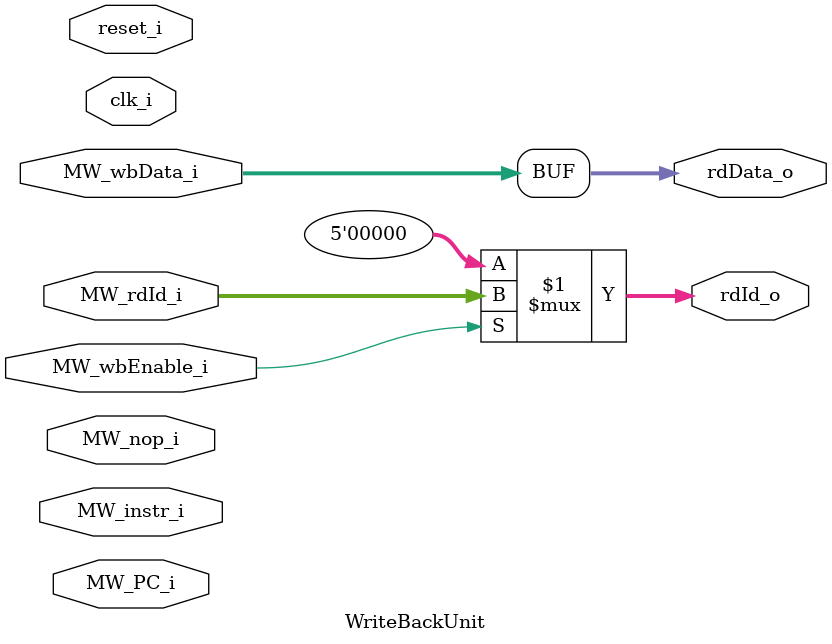
<source format=v>
/*************************************************
 *File----------WriteBackUnit.v
 *Project-------Risc-V-FPGA
 *License-------GNU GPL-3.0
 *Author--------Justin Kachele
 *Created-------Tuesday Dec 02, 2025 20:18:29 UTC
 ************************************************/

module WriteBackUnit (
        input  wire        clk_i,
        input  wire        reset_i,
        // Register File Interface
        output wire [4:0]  rdId_o,
        output wire [31:0] rdData_o,
        // Memory Unit Interface
        input  wire [31:0] MW_PC_i,
        input  wire [31:0] MW_instr_i,
        input  wire        MW_nop_i,
        input  wire [4:0]  MW_rdId_i,
        input  wire [31:0] MW_wbData_i,
        input  wire        MW_wbEnable_i
);
assign rdData_o = MW_wbData_i;
assign rdId_o = MW_wbEnable_i ? MW_rdId_i : 5'b0;

endmodule


</source>
